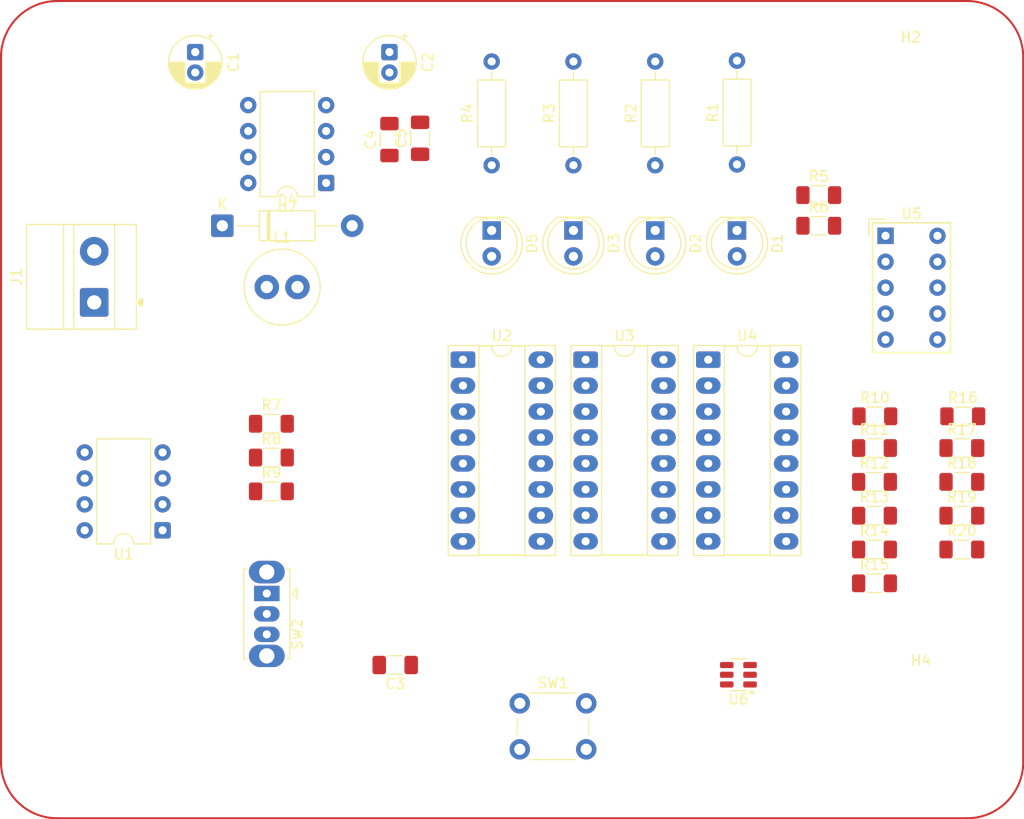
<source format=kicad_pcb>
(kicad_pcb (version 20241229) (generator "pcbnew") (generator_version "9.0")
  (layers (0 "F.Cu" signal) (2 "B.Cu" signal) (13 "F.Paste" user) (15 "B.Paste" user) (5 "F.SilkS" user "F.Silkscreen") (7 "B.SilkS" user "B.Silkscreen") (1 "F.Mask" user) (3 "B.Mask" user) (25 "Edge.Cuts" user))
  (net 0 "")
  (net 1 "VD")
  (net 2 "GND")
  (net 3 "+5V")
  (net 4 "Net-(SW2-A)")
  (net 5 "Net-(U7-THR)")
  (net 6 "Net-(D1-K)")
  (net 7 "Q0")
  (net 8 "Q1")
  (net 9 "Net-(D2-K)")
  (net 10 "Net-(D3-K)")
  (net 11 "Q2")
  (net 12 "Net-(D4-K)")
  (net 13 "Q3")
  (net 14 "Net-(D5-K)")
  (net 15 "Net-(U4-a)")
  (net 16 "Net-(U5-A)")
  (net 17 "Net-(U4-b)")
  (net 18 "Net-(U5-B)")
  (net 19 "Clock")
  (net 20 "Net-(U4-c)")
  (net 21 "Net-(U5-C)")
  (net 22 "Net-(U2A-J)")
  (net 23 "Net-(U2B-J)")
  (net 24 "Net-(U3A-J)")
  (net 25 "Net-(U3B-J)")
  (net 26 "Net-(R13-Pad1)")
  (net 27 "Net-(U4-d)")
  (net 28 "Net-(U5-D)")
  (net 29 "Net-(U4-BI)")
  (net 30 "Net-(U4-e)")
  (net 31 "Net-(U5-E)")
  (net 32 "Net-(U4-f)")
  (net 33 "Net-(U5-F)")
  (net 34 "Net-(U5-G)")
  (net 35 "Net-(U4-g)")
  (net 36 "Net-(U7-DIS)")
  (net 37 "555")
  (net 41 "Reset")
  (footprint "Resistor_SMD:R_1206_3216Metric_Pad1.30x1.75mm_HandSolder" (layer "F.Cu") (at 198 57)
    (property "Reference" "R6" (at 0 -1.83 0) (layer "F.SilkS"))
    (property "Value" "2k")
    (pad "1" smd roundrect (at -1.55 0) (size 1.3 1.75) (layers "F.Cu" "F.Mask" "F.Paste") (roundrect_rratio 0.192308) (net 17 "Net-(U4-b)"))
    (pad "2" smd roundrect (at 1.55 0) (size 1.3 1.75) (layers "F.Cu" "F.Mask" "F.Paste") (roundrect_rratio 0.192308) (net 18 "Net-(U5-B)"))
  )
  (footprint "Resistor_SMD:R_1206_3216Metric_Pad1.30x1.75mm_HandSolder" (layer "F.Cu") (at 212 78.76)
    (property "Reference" "R17" (at 0 -1.83 0) (layer "F.SilkS"))
    (property "Value" "2k")
    (pad "1" smd roundrect (at -1.55 0) (size 1.3 1.75) (layers "F.Cu" "F.Mask" "F.Paste") (roundrect_rratio 0.192308) (net 32 "Net-(U4-f)"))
    (pad "2" smd roundrect (at 1.55 0) (size 1.3 1.75) (layers "F.Cu" "F.Mask" "F.Paste") (roundrect_rratio 0.192308) (net 33 "Net-(U5-F)"))
  )
  (footprint "Resistor_SMD:R_1206_3216Metric_Pad1.30x1.75mm_HandSolder" (layer "F.Cu") (at 212.0875 75.655)
    (property "Reference" "R16" (at 0 -1.83 0) (layer "F.SilkS"))
    (property "Value" "2k")
    (pad "1" smd roundrect (at -1.55 0) (size 1.3 1.75) (layers "F.Cu" "F.Mask" "F.Paste") (roundrect_rratio 0.192308) (net 30 "Net-(U4-e)"))
    (pad "2" smd roundrect (at 1.55 0) (size 1.3 1.75) (layers "F.Cu" "F.Mask" "F.Paste") (roundrect_rratio 0.192308) (net 31 "Net-(U5-E)"))
  )
  (footprint "Resistor_SMD:R_1206_3216Metric_Pad1.30x1.75mm_HandSolder" (layer "F.Cu") (at 212 82.07)
    (property "Reference" "R18" (at 0 -1.83 0) (layer "F.SilkS"))
    (property "Value" "2k")
    (pad "1" smd roundrect (at -1.55 0) (size 1.3 1.75) (layers "F.Cu" "F.Mask" "F.Paste") (roundrect_rratio 0.192308) (net 35 "Net-(U4-g)"))
    (pad "2" smd roundrect (at 1.55 0) (size 1.3 1.75) (layers "F.Cu" "F.Mask" "F.Paste") (roundrect_rratio 0.192308) (net 34 "Net-(U5-G)"))
  )
  (footprint "Resistor_SMD:R_1206_3216Metric_Pad1.30x1.75mm_HandSolder" (layer "F.Cu") (at 203.45 88.69)
    (property "Reference" "R14" (at 0 -1.83 0) (layer "F.SilkS"))
    (property "Value" "2k")
    (pad "1" smd roundrect (at -1.55 0) (size 1.3 1.75) (layers "F.Cu" "F.Mask" "F.Paste") (roundrect_rratio 0.192308) (net 27 "Net-(U4-d)"))
    (pad "2" smd roundrect (at 1.55 0) (size 1.3 1.75) (layers "F.Cu" "F.Mask" "F.Paste") (roundrect_rratio 0.192308) (net 28 "Net-(U5-D)"))
  )
  (footprint "MountingHole:MountingHole_5.5mm" (layer "F.Cu") (at 128 45)
    (property "Reference" "H1" (hide yes))
    (property "Value" "MountingHole")
    (pad "" np_thru_hole circle (at 0 0) (size 5.5 5.5) (drill 5.5) (layers "*.Cu" "*.Mask"))
  )
  (footprint "MountingHole:MountingHole_5.5mm" (layer "F.Cu") (at 208 106)
    (property "Reference" "H4" (at 0 -6.45 0) (layer "F.SilkS"))
    (property "Value" "MountingHole")
    (pad "" np_thru_hole circle (at 0 0) (size 5.5 5.5) (drill 5.5) (layers "*.Cu" "*.Mask"))
  )
  (footprint "Resistor_SMD:R_1206_3216Metric_Pad1.30x1.75mm_HandSolder" (layer "F.Cu") (at 203.45 85.38)
    (property "Reference" "R13" (at 0 -1.83 0) (layer "F.SilkS"))
    (property "Value" "2k")
    (pad "1" smd roundrect (at -1.55 0) (size 1.3 1.75) (layers "F.Cu" "F.Mask" "F.Paste") (roundrect_rratio 0.192308) (net 26 "Net-(R13-Pad1)"))
    (pad "2" smd roundrect (at 1.55 0) (size 1.3 1.75) (layers "F.Cu" "F.Mask" "F.Paste") (roundrect_rratio 0.192308) (net 4 "Net-(SW2-A)"))
  )
  (footprint "Resistor_SMD:R_1206_3216Metric_Pad1.30x1.75mm_HandSolder" (layer "F.Cu") (at 203.45 82.07)
    (property "Reference" "R12" (at 0 -1.83 0) (layer "F.SilkS"))
    (property "Value" "10k")
    (pad "1" smd roundrect (at -1.55 0) (size 1.3 1.75) (layers "F.Cu" "F.Mask" "F.Paste") (roundrect_rratio 0.192308) (net 3 "+5V"))
    (pad "2" smd roundrect (at 1.55 0) (size 1.3 1.75) (layers "F.Cu" "F.Mask" "F.Paste") (roundrect_rratio 0.192308) (net 25 "Net-(U3B-J)"))
  )
  (footprint "Package_DIP:DIP-16_W7.62mm_Socket_LongPads" (layer "F.Cu") (at 163.19 70.11)
    (property "Reference" "U2" (at 3.81 -2.33 0) (layer "F.SilkS"))
    (property "Value" "4027")
    (pad "1" thru_hole roundrect (at 0 0) (size 2.4 1.6) (drill 0.8) (layers "*.Cu" "*.Mask") (roundrect_rratio 0.15625) (net 7 "Q0"))
    (pad "2" thru_hole oval (at 0 2.54) (size 2.4 1.6) (drill 0.8) (layers "*.Cu" "*.Mask"))
    (pad "3" thru_hole oval (at 0 5.08) (size 2.4 1.6) (drill 0.8) (layers "*.Cu" "*.Mask") (net 19 "Clock"))
    (pad "4" thru_hole oval (at 0 7.62) (size 2.4 1.6) (drill 0.8) (layers "*.Cu" "*.Mask") (net 41 "Reset"))
    (pad "5" thru_hole oval (at 0 10.16) (size 2.4 1.6) (drill 0.8) (layers "*.Cu" "*.Mask") (net 22 "Net-(U2A-J)"))
    (pad "6" thru_hole oval (at 0 12.7) (size 2.4 1.6) (drill 0.8) (layers "*.Cu" "*.Mask") (net 22 "Net-(U2A-J)"))
    (pad "7" thru_hole oval (at 0 15.24) (size 2.4 1.6) (drill 0.8) (layers "*.Cu" "*.Mask") (net 2 "GND"))
    (pad "8" thru_hole oval (at 0 17.78) (size 2.4 1.6) (drill 0.8) (layers "*.Cu" "*.Mask") (net 2 "GND"))
    (pad "9" thru_hole oval (at 7.62 17.78) (size 2.4 1.6) (drill 0.8) (layers "*.Cu" "*.Mask") (net 2 "GND"))
    (pad "10" thru_hole oval (at 7.62 15.24) (size 2.4 1.6) (drill 0.8) (layers "*.Cu" "*.Mask") (net 23 "Net-(U2B-J)"))
    (pad "11" thru_hole oval (at 7.62 12.7) (size 2.4 1.6) (drill 0.8) (layers "*.Cu" "*.Mask") (net 23 "Net-(U2B-J)"))
    (pad "12" thru_hole oval (at 7.62 10.16) (size 2.4 1.6) (drill 0.8) (layers "*.Cu" "*.Mask") (net 41 "Reset"))
    (pad "13" thru_hole oval (at 7.62 7.62) (size 2.4 1.6) (drill 0.8) (layers "*.Cu" "*.Mask") (net 7 "Q0"))
    (pad "14" thru_hole oval (at 7.62 5.08) (size 2.4 1.6) (drill 0.8) (layers "*.Cu" "*.Mask"))
    (pad "15" thru_hole oval (at 7.62 2.54) (size 2.4 1.6) (drill 0.8) (layers "*.Cu" "*.Mask") (net 8 "Q1"))
    (pad "16" thru_hole oval (at 7.62 0) (size 2.4 1.6) (drill 0.8) (layers "*.Cu" "*.Mask") (net 3 "+5V"))
  )
  (footprint "Capacitor_THT:CP_Radial_D5.0mm_P2.00mm" (layer "F.Cu") (at 137 40 -90)
    (property "Reference" "C1" (at 1 -3.75 90) (layer "F.SilkS"))
    (property "Value" "22u")
    (pad "1" thru_hole roundrect (at 0 0 270) (size 1.6 1.6) (drill 0.8) (layers "*.Cu" "*.Mask") (roundrect_rratio 0.15625) (net 1 "VD"))
    (pad "2" thru_hole circle (at 2 0 270) (size 1.6 1.6) (drill 0.8) (layers "*.Cu" "*.Mask") (net 2 "GND"))
  )
  (footprint "MountingHole:MountingHole_5.5mm" (layer "F.Cu") (at 207 45)
    (property "Reference" "H2" (at 0 -6.45 0) (layer "F.SilkS"))
    (property "Value" "MountingHole")
    (pad "" np_thru_hole circle (at 0 0) (size 5.5 5.5) (drill 5.5) (layers "*.Cu" "*.Mask"))
  )
  (footprint "Resistor_THT:R_Axial_DIN0207_L6.3mm_D2.5mm_P10.16mm_Horizontal" (layer "F.Cu") (at 166 51.08 90)
    (property "Reference" "R4" (at 5.08 -2.37 90) (layer "F.SilkS"))
    (property "Value" "4k7")
    (pad "1" thru_hole circle (at 0 0 90) (size 1.6 1.6) (drill 0.8) (layers "*.Cu" "*.Mask") (net 14 "Net-(D5-K)"))
    (pad "2" thru_hole circle (at 10.16 0 90) (size 1.6 1.6) (drill 0.8) (layers "*.Cu" "*.Mask") (net 2 "GND"))
  )
  (footprint "Resistor_THT:R_Axial_DIN0207_L6.3mm_D2.5mm_P10.16mm_Horizontal" (layer "F.Cu") (at 182 51.08 90)
    (property "Reference" "R2" (at 5.08 -2.37 90) (layer "F.SilkS"))
    (property "Value" "4k7")
    (pad "1" thru_hole circle (at 0 0 90) (size 1.6 1.6) (drill 0.8) (layers "*.Cu" "*.Mask") (net 9 "Net-(D2-K)"))
    (pad "2" thru_hole circle (at 10.16 0 90) (size 1.6 1.6) (drill 0.8) (layers "*.Cu" "*.Mask") (net 2 "GND"))
  )
  (footprint "Capacitor_SMD:C_1206_3216Metric_Pad1.33x1.80mm_HandSolder" (layer "F.Cu") (at 156.5625 100 180)
    (property "Reference" "C3" (at 0 -1.85 0) (layer "F.SilkS"))
    (property "Value" "1u")
    (pad "1" smd roundrect (at -1.5625 0 180) (size 1.325 1.8) (layers "F.Cu" "F.Mask" "F.Paste") (roundrect_rratio 0.188679) (net 2 "GND"))
    (pad "2" smd roundrect (at 1.5625 0 180) (size 1.325 1.8) (layers "F.Cu" "F.Mask" "F.Paste") (roundrect_rratio 0.188679) (net 4 "Net-(SW2-A)"))
  )
  (footprint "LED_THT:LED_D5.0mm" (layer "F.Cu") (at 166 57.46 -90)
    (property "Reference" "D5" (at 1.27 -3.96 90) (layer "F.SilkS"))
    (property "Value" "LED")
    (pad "1" thru_hole rect (at 0 0 270) (size 1.8 1.8) (drill 0.9) (layers "*.Cu" "*.Mask") (net 14 "Net-(D5-K)"))
    (pad "2" thru_hole circle (at 2.54 0 270) (size 1.8 1.8) (drill 0.9) (layers "*.Cu" "*.Mask") (net 13 "Q3"))
  )
  (footprint "Inductor_THT:L_Radial_D7.2mm_P3.00mm_Murata_1700" (layer "F.Cu") (at 144 63)
    (property "Reference" "L1" (at 1.5 -4.85 0) (layer "F.SilkS"))
    (property "Value" "330u")
    (pad "1" thru_hole circle (at 0 0) (size 2.4 2.4) (drill 1.2) (layers "*.Cu" "*.Mask") (net 12 "Net-(D4-K)"))
    (pad "2" thru_hole circle (at 3 0) (size 2.4 2.4) (drill 1.2) (layers "*.Cu" "*.Mask") (net 3 "+5V"))
  )
  (footprint "Package_DIP:DIP-16_W7.62mm_Socket_LongPads" (layer "F.Cu") (at 187.19 70.11)
    (property "Reference" "U4" (at 3.81 -2.33 0) (layer "F.SilkS"))
    (property "Value" "74LS47")
    (pad "1" thru_hole roundrect (at 0 0) (size 2.4 1.6) (drill 0.8) (layers "*.Cu" "*.Mask") (roundrect_rratio 0.15625) (net 8 "Q1"))
    (pad "2" thru_hole oval (at 0 2.54) (size 2.4 1.6) (drill 0.8) (layers "*.Cu" "*.Mask") (net 11 "Q2"))
    (pad "3" thru_hole oval (at 0 5.08) (size 2.4 1.6) (drill 0.8) (layers "*.Cu" "*.Mask") (net 29 "Net-(U4-BI)"))
    (pad "4" thru_hole oval (at 0 7.62) (size 2.4 1.6) (drill 0.8) (layers "*.Cu" "*.Mask") (net 29 "Net-(U4-BI)"))
    (pad "5" thru_hole oval (at 0 10.16) (size 2.4 1.6) (drill 0.8) (layers "*.Cu" "*.Mask") (net 29 "Net-(U4-BI)"))
    (pad "6" thru_hole oval (at 0 12.7) (size 2.4 1.6) (drill 0.8) (layers "*.Cu" "*.Mask") (net 13 "Q3"))
    (pad "7" thru_hole oval (at 0 15.24) (size 2.4 1.6) (drill 0.8) (layers "*.Cu" "*.Mask") (net 7 "Q0"))
    (pad "8" thru_hole oval (at 0 17.78) (size 2.4 1.6) (drill 0.8) (layers "*.Cu" "*.Mask") (net 2 "GND"))
    (pad "9" thru_hole oval (at 7.62 17.78) (size 2.4 1.6) (drill 0.8) (layers "*.Cu" "*.Mask") (net 30 "Net-(U4-e)"))
    (pad "10" thru_hole oval (at 7.62 15.24) (size 2.4 1.6) (drill 0.8) (layers "*.Cu" "*.Mask") (net 27 "Net-(U4-d)"))
    (pad "11" thru_hole oval (at 7.62 12.7) (size 2.4 1.6) (drill 0.8) (layers "*.Cu" "*.Mask") (net 20 "Net-(U4-c)"))
    (pad "12" thru_hole oval (at 7.62 10.16) (size 2.4 1.6) (drill 0.8) (layers "*.Cu" "*.Mask") (net 17 "Net-(U4-b)"))
    (pad "13" thru_hole oval (at 7.62 7.62) (size 2.4 1.6) (drill 0.8) (layers "*.Cu" "*.Mask") (net 15 "Net-(U4-a)"))
    (pad "14" thru_hole oval (at 7.62 5.08) (size 2.4 1.6) (drill 0.8) (layers "*.Cu" "*.Mask") (net 35 "Net-(U4-g)"))
    (pad "15" thru_hole oval (at 7.62 2.54) (size 2.4 1.6) (drill 0.8) (layers "*.Cu" "*.Mask") (net 32 "Net-(U4-f)"))
    (pad "16" thru_hole oval (at 7.62 0) (size 2.4 1.6) (drill 0.8) (layers "*.Cu" "*.Mask") (net 3 "+5V"))
  )
  (footprint "Package_DIP:DIP-8_W7.62mm" (layer "F.Cu") (at 149.805 52.81 180)
    (property "Reference" "U7" (at 3.81 -2.33 0) (layer "F.SilkS"))
    (property "Value" "NE555P")
    (pad "1" thru_hole roundrect (at 0 0 180) (size 1.6 1.6) (drill 0.8) (layers "*.Cu" "*.Mask") (roundrect_rratio 0.15625) (net 2 "GND"))
    (pad "2" thru_hole circle (at 0 2.54 180) (size 1.6 1.6) (drill 0.8) (layers "*.Cu" "*.Mask") (net 5 "Net-(U7-THR)"))
    (pad "3" thru_hole circle (at 0 5.08 180) (size 1.6 1.6) (drill 0.8) (layers "*.Cu" "*.Mask") (net 37 "555"))
    (pad "4" thru_hole circle (at 0 7.62 180) (size 1.6 1.6) (drill 0.8) (layers "*.Cu" "*.Mask") (net 3 "+5V"))
    (pad "5" thru_hole circle (at 7.62 7.62 180) (size 1.6 1.6) (drill 0.8) (layers "*.Cu" "*.Mask"))
    (pad "6" thru_hole circle (at 7.62 5.08 180) (size 1.6 1.6) (drill 0.8) (layers "*.Cu" "*.Mask") (net 5 "Net-(U7-THR)"))
    (pad "7" thru_hole circle (at 7.62 2.54 180) (size 1.6 1.6) (drill 0.8) (layers "*.Cu" "*.Mask") (net 36 "Net-(U7-DIS)"))
    (pad "8" thru_hole circle (at 7.62 0 180) (size 1.6 1.6) (drill 0.8) (layers "*.Cu" "*.Mask") (net 3 "+5V"))
  )
  (footprint "Resistor_SMD:R_1206_3216Metric_Pad1.30x1.75mm_HandSolder" (layer "F.Cu") (at 144.45 79.69)
    (property "Reference" "R8" (at 0 -1.83 0) (layer "F.SilkS"))
    (property "Value" "2k")
    (pad "1" smd roundrect (at -1.55 0) (size 1.3 1.75) (layers "F.Cu" "F.Mask" "F.Paste") (roundrect_rratio 0.192308) (net 20 "Net-(U4-c)"))
    (pad "2" smd roundrect (at 1.55 0) (size 1.3 1.75) (layers "F.Cu" "F.Mask" "F.Paste") (roundrect_rratio 0.192308) (net 21 "Net-(U5-C)"))
  )
  (footprint "Button_Switch_THT:SW_PUSH_6mm_H4.3mm" (layer "F.Cu") (at 168.75 103.75)
    (property "Reference" "SW1" (at 3.25 -2 0) (layer "F.SilkS"))
    (property "Value" "~")
    (pad "1" thru_hole circle (at 0 0 90) (size 2 2) (drill 1.1) (layers "*.Cu" "*.Mask") (net 2 "GND"))
    (pad "1" thru_hole circle (at 6.5 0 90) (size 2 2) (drill 1.1) (layers "*.Cu" "*.Mask") (net 2 "GND"))
    (pad "2" thru_hole circle (at 0 4.5 90) (size 2 2) (drill 1.1) (layers "*.Cu" "*.Mask") (net 2 "GND"))
    (pad "2" thru_hole circle (at 6.5 4.5 90) (size 2 2) (drill 1.1) (layers "*.Cu" "*.Mask") (net 2 "GND"))
  )
  (footprint "Resistor_SMD:R_1206_3216Metric_Pad1.30x1.75mm_HandSolder" (layer "F.Cu") (at 203.45 92)
    (property "Reference" "R15" (at 0 -1.83 0) (layer "F.SilkS"))
    (property "Value" "10k")
    (pad "1" smd roundrect (at -1.55 0) (size 1.3 1.75) (layers "F.Cu" "F.Mask" "F.Paste") (roundrect_rratio 0.192308) (net 3 "+5V"))
    (pad "2" smd roundrect (at 1.55 0) (size 1.3 1.75) (layers "F.Cu" "F.Mask" "F.Paste") (roundrect_rratio 0.192308) (net 29 "Net-(U4-BI)"))
  )
  (footprint "Display_7Segment:HDSP-7401" (layer "F.Cu") (at 204.5325 57.9825)
    (property "Reference" "U5" (at 2.54 -2.159 0) (layer "F.SilkS"))
    (property "Value" "HDSP-7401")
    (pad "1" thru_hole rect (at 0 0) (size 1.6 1.6) (drill 0.8) (layers "*.Cu" "*.Mask") (net 3 "+5V"))
    (pad "2" thru_hole circle (at 0 2.54) (size 1.6 1.6) (drill 0.8) (layers "*.Cu" "*.Mask") (net 33 "Net-(U5-F)"))
    (pad "3" thru_hole circle (at 0 5.08) (size 1.6 1.6) (drill 0.8) (layers "*.Cu" "*.Mask") (net 34 "Net-(U5-G)"))
    (pad "4" thru_hole circle (at 0 7.62) (size 1.6 1.6) (drill 0.8) (layers "*.Cu" "*.Mask") (net 31 "Net-(U5-E)"))
    (pad "5" thru_hole circle (at 0 10.16) (size 1.6 1.6) (drill 0.8) (layers "*.Cu" "*.Mask") (net 28 "Net-(U5-D)"))
    (pad "6" thru_hole circle (at 5.08 10.16) (size 1.6 1.6) (drill 0.8) (layers "*.Cu" "*.Mask") (net 3 "+5V"))
    (pad "7" thru_hole circle (at 5.08 7.62) (size 1.6 1.6) (drill 0.8) (layers "*.Cu" "*.Mask"))
    (pad "8" thru_hole circle (at 5.08 5.08) (size 1.6 1.6) (drill 0.8) (layers "*.Cu" "*.Mask") (net 21 "Net-(U5-C)"))
    (pad "9" thru_hole circle (at 5.08 2.54) (size 1.6 1.6) (drill 0.8) (layers "*.Cu" "*.Mask") (net 18 "Net-(U5-B)"))
    (pad "10" thru_hole circle (at 5.08 0) (size 1.6 1.6) (drill 0.8) (layers "*.Cu" "*.Mask") (net 16 "Net-(U5-A)"))
  )
  (footprint "Capacitor_SMD:C_1206_3216Metric_Pad1.33x1.80mm_HandSolder" (layer "F.Cu") (at 156 48.5625 90)
    (property "Reference" "C4" (at 0 -1.85 90) (layer "F.SilkS"))
    (property "Value" "100n")
    (pad "1" smd roundrect (at -1.5625 0 90) (size 1.325 1.8) (layers "F.Cu" "F.Mask" "F.Paste") (roundrect_rratio 0.188679) (net 3 "+5V"))
    (pad "2" smd roundrect (at 1.5625 0 90) (size 1.325 1.8) (layers "F.Cu" "F.Mask" "F.Paste") (roundrect_rratio 0.188679) (net 2 "GND"))
  )
  (footprint "Package_DIP:DIP-8_W7.62mm" (layer "F.Cu") (at 133.805 86.81 180)
    (property "Reference" "U1" (at 3.81 -2.33 0) (layer "F.SilkS"))
    (property "Value" "LM2574N-5")
    (pad "1" thru_hole roundrect (at 0 0 180) (size 1.6 1.6) (drill 0.8) (layers "*.Cu" "*.Mask") (roundrect_rratio 0.15625) (net 3 "+5V"))
    (pad "2" thru_hole circle (at 0 2.54 180) (size 1.6 1.6) (drill 0.8) (layers "*.Cu" "*.Mask") (net 2 "GND"))
    (pad "3" thru_hole circle (at 0 5.08 180) (size 1.6 1.6) (drill 0.8) (layers "*.Cu" "*.Mask") (net 2 "GND"))
    (pad "4" thru_hole circle (at 0 7.62 180) (size 1.6 1.6) (drill 0.8) (layers "*.Cu" "*.Mask") (net 2 "GND"))
    (pad "5" thru_hole circle (at 7.62 7.62 180) (size 1.6 1.6) (drill 0.8) (layers "*.Cu" "*.Mask") (net 1 "VD"))
    (pad "6" thru_hole circle (at 7.62 5.08 180) (size 1.6 1.6) (drill 0.8) (layers "*.Cu" "*.Mask"))
    (pad "7" thru_hole circle (at 7.62 2.54 180) (size 1.6 1.6) (drill 0.8) (layers "*.Cu" "*.Mask") (net 12 "Net-(D4-K)"))
    (pad "8" thru_hole circle (at 7.62 0 180) (size 1.6 1.6) (drill 0.8) (layers "*.Cu" "*.Mask"))
  )
  (footprint "Resistor_SMD:R_1206_3216Metric_Pad1.30x1.75mm_HandSolder" (layer "F.Cu") (at 144.45 76.38)
    (property "Reference" "R7" (at 0 -1.83 0) (layer "F.SilkS"))
    (property "Value" "10K")
    (pad "1" smd roundrect (at -1.55 0) (size 1.3 1.75) (layers "F.Cu" "F.Mask" "F.Paste") (roundrect_rratio 0.192308) (net 3 "+5V"))
    (pad "2" smd roundrect (at 1.55 0) (size 1.3 1.75) (layers "F.Cu" "F.Mask" "F.Paste") (roundrect_rratio 0.192308) (net 19 "Clock"))
  )
  (footprint "LED_THT:LED_D5.0mm" (layer "F.Cu") (at 182 57.46 -90)
    (property "Reference" "D2" (at 1.27 -3.96 90) (layer "F.SilkS"))
    (property "Value" "LED")
    (pad "1" thru_hole rect (at 0 0 270) (size 1.8 1.8) (drill 0.9) (layers "*.Cu" "*.Mask") (net 9 "Net-(D2-K)"))
    (pad "2" thru_hole circle (at 2.54 0 270) (size 1.8 1.8) (drill 0.9) (layers "*.Cu" "*.Mask") (net 8 "Q1"))
  )
  (footprint "MountingHole:MountingHole_5.5mm" (layer "F.Cu") (at 128 106)
    (property "Reference" "H3" (hide yes))
    (property "Value" "MountingHole")
    (pad "" np_thru_hole circle (at 0 0) (size 5.5 5.5) (drill 5.5) (layers "*.Cu" "*.Mask"))
  )
  (footprint "Package_TO_SOT_SMD:SOT-23-6" (layer "F.Cu") (at 190.1375 100.95 180)
    (property "Reference" "U6" (at 0 -2.4 0) (layer "F.SilkS"))
    (property "Value" "SN74LVC1G11")
    (pad "1" smd roundrect (at -1.1375 -0.95 180) (size 1.325 0.6) (layers "F.Cu" "F.Mask" "F.Paste") (net 8 "Q1"))
    (pad "2" smd roundrect (at -1.1375 0 180) (size 1.325 0.6) (layers "F.Cu" "F.Mask" "F.Paste") (net 2 "GND"))
    (pad "3" smd roundrect (at -1.1375 0.95 180) (size 1.325 0.6) (layers "F.Cu" "F.Mask" "F.Paste") (net 13 "Q3"))
    (pad "4" smd roundrect (at 1.1375 0.95 180) (size 1.325 0.6) (layers "F.Cu" "F.Mask" "F.Paste") (net 41 "Reset"))
    (pad "5" smd roundrect (at 1.1375 0 180) (size 1.325 0.6) (layers "F.Cu" "F.Mask" "F.Paste") (net 3 "+5V"))
    (pad "6" smd roundrect (at 1.1375 -0.95 180) (size 1.325 0.6) (layers "F.Cu" "F.Mask" "F.Paste") (net 19 "Clock"))
  )
  (footprint "Resistor_THT:R_Axial_DIN0207_L6.3mm_D2.5mm_P10.16mm_Horizontal" (layer "F.Cu") (at 174 51.08 90)
    (property "Reference" "R3" (at 5.08 -2.37 90) (layer "F.SilkS"))
    (property "Value" "4k7")
    (pad "1" thru_hole circle (at 0 0 90) (size 1.6 1.6) (drill 0.8) (layers "*.Cu" "*.Mask") (net 10 "Net-(D3-K)"))
    (pad "2" thru_hole circle (at 10.16 0 90) (size 1.6 1.6) (drill 0.8) (layers "*.Cu" "*.Mask") (net 2 "GND"))
  )
  (footprint "Resistor_SMD:R_1206_3216Metric_Pad1.30x1.75mm_HandSolder" (layer "F.Cu") (at 144.45 83)
    (property "Reference" "R9" (at 0 -1.83 0) (layer "F.SilkS"))
    (property "Value" "10k")
    (pad "1" smd roundrect (at -1.55 0) (size 1.3 1.75) (layers "F.Cu" "F.Mask" "F.Paste") (roundrect_rratio 0.192308) (net 3 "+5V"))
    (pad "2" smd roundrect (at 1.55 0) (size 1.3 1.75) (layers "F.Cu" "F.Mask" "F.Paste") (roundrect_rratio 0.192308) (net 22 "Net-(U2A-J)"))
  )
  (footprint "Resistor_SMD:R_1206_3216Metric_Pad1.30x1.75mm_HandSolder" (layer "F.Cu") (at 203.4875 75.655)
    (property "Reference" "R10" (at 0 -1.83 0) (layer "F.SilkS"))
    (property "Value" "10k")
    (pad "1" smd roundrect (at -1.55 0) (size 1.3 1.75) (layers "F.Cu" "F.Mask" "F.Paste") (roundrect_rratio 0.192308) (net 3 "+5V"))
    (pad "2" smd roundrect (at 1.55 0) (size 1.3 1.75) (layers "F.Cu" "F.Mask" "F.Paste") (roundrect_rratio 0.192308) (net 23 "Net-(U2B-J)"))
  )
  (footprint "Diode_THT:D_DO-41_SOD81_P12.70mm_Horizontal" (layer "F.Cu") (at 139.65 57)
    (property "Reference" "D4" (at 6.35 -2.47 0) (layer "F.SilkS"))
    (property "Value" "11DQ06")
    (fp_text user "K" (at 0 -2.1 0) (layer "F.SilkS"))
    (pad "1" thru_hole roundrect (at 0 0) (size 2.2 2.2) (drill 1.1) (layers "*.Cu" "*.Mask") (roundrect_rratio 0.113636) (net 12 "Net-(D4-K)"))
    (pad "2" thru_hole circle (at 12.7 0) (size 2.2 2.2) (drill 1.1) (layers "*.Cu" "*.Mask") (net 2 "GND"))
  )
  (footprint "Resistor_SMD:R_1206_3216Metric_Pad1.30x1.75mm_HandSolder" (layer "F.Cu") (at 212 88.69)
    (property "Reference" "R20" (at 0 -1.83 0) (layer "F.SilkS"))
    (property "Value" "47k")
    (pad "1" smd roundrect (at -1.55 0) (size 1.3 1.75) (layers "F.Cu" "F.Mask" "F.Paste") (roundrect_rratio 0.192308) (net 36 "Net-(U7-DIS)"))
    (pad "2" smd roundrect (at 1.55 0) (size 1.3 1.75) (layers "F.Cu" "F.Mask" "F.Paste") (roundrect_rratio 0.192308) (net 5 "Net-(U7-THR)"))
  )
  (footprint "Capacitor_SMD:C_1206_3216Metric_Pad1.33x1.80mm_HandSolder" (layer "F.Cu") (at 159 48.4375 90)
    (property "Reference" "C5" (at 0 -1.85 90) (layer "F.SilkS"))
    (property "Value" "10u")
    (pad "1" smd roundrect (at -1.5625 0 90) (size 1.325 1.8) (layers "F.Cu" "F.Mask" "F.Paste") (roundrect_rratio 0.188679) (net 5 "Net-(U7-THR)"))
    (pad "2" smd roundrect (at 1.5625 0 90) (size 1.325 1.8) (layers "F.Cu" "F.Mask" "F.Paste") (roundrect_rratio 0.188679) (net 2 "GND"))
  )
  (footprint "Capacitor_THT:CP_Radial_D5.0mm_P2.00mm" (layer "F.Cu") (at 156 40 -90)
    (property "Reference" "C2" (at 1 -3.75 90) (layer "F.SilkS"))
    (property "Value" "220u")
    (pad "1" thru_hole roundrect (at 0 0 270) (size 1.6 1.6) (drill 0.8) (layers "*.Cu" "*.Mask") (roundrect_rratio 0.15625) (net 3 "+5V"))
    (pad "2" thru_hole circle (at 2 0 270) (size 1.6 1.6) (drill 0.8) (layers "*.Cu" "*.Mask") (net 2 "GND"))
  )
  (footprint "LED_THT:LED_D5.0mm" (layer "F.Cu") (at 174 57.46 -90)
    (property "Reference" "D3" (at 1.27 -3.96 90) (layer "F.SilkS"))
    (property "Value" "LED")
    (pad "1" thru_hole rect (at 0 0 270) (size 1.8 1.8) (drill 0.9) (layers "*.Cu" "*.Mask") (net 10 "Net-(D3-K)"))
    (pad "2" thru_hole circle (at 2.54 0 270) (size 1.8 1.8) (drill 0.9) (layers "*.Cu" "*.Mask") (net 11 "Q2"))
  )
  (footprint "Package_DIP:DIP-16_W7.62mm_Socket_LongPads" (layer "F.Cu") (at 175.19 70.11)
    (property "Reference" "U3" (at 3.81 -2.33 0) (layer "F.SilkS"))
    (property "Value" "4027")
    (pad "1" thru_hole roundrect (at 0 0) (size 2.4 1.6) (drill 0.8) (layers "*.Cu" "*.Mask") (roundrect_rratio 0.15625) (net 11 "Q2"))
    (pad "2" thru_hole oval (at 0 2.54) (size 2.4 1.6) (drill 0.8) (layers "*.Cu" "*.Mask"))
    (pad "3" thru_hole oval (at 0 5.08) (size 2.4 1.6) (drill 0.8) (layers "*.Cu" "*.Mask") (net 8 "Q1"))
    (pad "4" thru_hole oval (at 0 7.62) (size 2.4 1.6) (drill 0.8) (layers "*.Cu" "*.Mask") (net 41 "Reset"))
    (pad "5" thru_hole oval (at 0 10.16) (size 2.4 1.6) (drill 0.8) (layers "*.Cu" "*.Mask") (net 24 "Net-(U3A-J)"))
    (pad "6" thru_hole oval (at 0 12.7) (size 2.4 1.6) (drill 0.8) (layers "*.Cu" "*.Mask") (net 24 "Net-(U3A-J)"))
    (pad "7" thru_hole oval (at 0 15.24) (size 2.4 1.6) (drill 0.8) (layers "*.Cu" "*.Mask") (net 2 "GND"))
    (pad "8" thru_hole oval (at 0 17.78) (size 2.4 1.6) (drill 0.8) (layers "*.Cu" "*.Mask") (net 2 "GND"))
    (pad "9" thru_hole oval (at 7.62 17.78) (size 2.4 1.6) (drill 0.8) (layers "*.Cu" "*.Mask") (net 2 "GND"))
    (pad "10" thru_hole oval (at 7.62 15.24) (size 2.4 1.6) (drill 0.8) (layers "*.Cu" "*.Mask") (net 25 "Net-(U3B-J)"))
    (pad "11" thru_hole oval (at 7.62 12.7) (size 2.4 1.6) (drill 0.8) (layers "*.Cu" "*.Mask") (net 25 "Net-(U3B-J)"))
    (pad "12" thru_hole oval (at 7.62 10.16) (size 2.4 1.6) (drill 0.8) (layers "*.Cu" "*.Mask") (net 41 "Reset"))
    (pad "13" thru_hole oval (at 7.62 7.62) (size 2.4 1.6) (drill 0.8) (layers "*.Cu" "*.Mask") (net 11 "Q2"))
    (pad "14" thru_hole oval (at 7.62 5.08) (size 2.4 1.6) (drill 0.8) (layers "*.Cu" "*.Mask"))
    (pad "15" thru_hole oval (at 7.62 2.54) (size 2.4 1.6) (drill 0.8) (layers "*.Cu" "*.Mask") (net 13 "Q3"))
    (pad "16" thru_hole oval (at 7.62 0) (size 2.4 1.6) (drill 0.8) (layers "*.Cu" "*.Mask") (net 3 "+5V"))
  )
  (footprint "Resistor_SMD:R_1206_3216Metric_Pad1.30x1.75mm_HandSolder" (layer "F.Cu") (at 198 54)
    (property "Reference" "R5" (at 0 -1.83 0) (layer "F.SilkS"))
    (property "Value" "2k")
    (pad "1" smd roundrect (at -1.55 0) (size 1.3 1.75) (layers "F.Cu" "F.Mask" "F.Paste") (roundrect_rratio 0.192308) (net 15 "Net-(U4-a)"))
    (pad "2" smd roundrect (at 1.55 0) (size 1.3 1.75) (layers "F.Cu" "F.Mask" "F.Paste") (roundrect_rratio 0.192308) (net 16 "Net-(U5-A)"))
  )
  (footprint "Button_Switch_THT:SW_Slide_SPDT_Straight_CK_OS102011MS2Q" (layer "F.Cu") (at 144 93 -90)
    (property "Reference" "SW2" (at 3.99 -2.99 90) (layer "F.SilkS"))
    (property "Value" "SW_SPDT_312")
    (pad "" thru_hole oval (at -2.1 0 270) (size 2.2 3.5) (drill 1.5) (layers "*.Cu" "*.Mask"))
    (pad "" thru_hole oval (at 6.1 0 270) (size 2.2 3.5) (drill 1.5) (layers "*.Cu" "*.Mask"))
    (pad "1" thru_hole rect (at 0 0 270) (size 1.5 2.5) (drill 0.8) (layers "*.Cu" "*.Mask") (net 19 "Clock"))
    (pad "2" thru_hole oval (at 2 0 270) (size 1.5 2.5) (drill 0.8) (layers "*.Cu" "*.Mask") (net 37 "555"))
    (pad "3" thru_hole oval (at 4 0 270) (size 1.5 2.5) (drill 0.8) (layers "*.Cu" "*.Mask") (net 4 "Net-(SW2-A)"))
  )
  (footprint "LED_THT:LED_D5.0mm" (layer "F.Cu") (at 190 57.46 -90)
    (property "Reference" "D1" (at 1.27 -3.96 90) (layer "F.SilkS"))
    (property "Value" "LED")
    (pad "1" thru_hole rect (at 0 0 270) (size 1.8 1.8) (drill 0.9) (layers "*.Cu" "*.Mask") (net 6 "Net-(D1-K)"))
    (pad "2" thru_hole circle (at 2.54 0 270) (size 1.8 1.8) (drill 0.9) (layers "*.Cu" "*.Mask") (net 7 "Q0"))
  )
  (footprint "Resistor_SMD:R_1206_3216Metric_Pad1.30x1.75mm_HandSolder" (layer "F.Cu") (at 203.45 78.76)
    (property "Reference" "R11" (at 0 -1.83 0) (layer "F.SilkS"))
    (property "Value" "10k")
    (pad "1" smd roundrect (at -1.55 0) (size 1.3 1.75) (layers "F.Cu" "F.Mask" "F.Paste") (roundrect_rratio 0.192308) (net 3 "+5V"))
    (pad "2" smd roundrect (at 1.55 0) (size 1.3 1.75) (layers "F.Cu" "F.Mask" "F.Paste") (roundrect_rratio 0.192308) (net 24 "Net-(U3A-J)"))
  )
  (footprint "TerminalBlock_MetzConnect:TerminalBlock_MetzConnect_Type011_RT05502HBLC_1x02_P5.00mm_Horizontal" (layer "F.Cu") (at 127.1175 64.5 90)
    (property "Reference" "J1" (at 2.5 -7.62 90) (layer "F.SilkS"))
    (property "Value" "Screw_Terminal_01x02")
    (pad "1" thru_hole roundrect (at 0 0 90) (size 2.8 2.8) (drill 1.4) (layers "*.Cu" "*.Mask") (roundrect_rratio 0.089286) (net 2 "GND"))
    (pad "2" thru_hole circle (at 5 0 90) (size 2.8 2.8) (drill 1.4) (layers "*.Cu" "*.Mask") (net 1 "VD"))
  )
  (footprint "Resistor_SMD:R_1206_3216Metric_Pad1.30x1.75mm_HandSolder" (layer "F.Cu") (at 212 85.38)
    (property "Reference" "R19" (at 0 -1.83 0) (layer "F.SilkS"))
    (property "Value" "47k")
    (pad "1" smd roundrect (at -1.55 0) (size 1.3 1.75) (layers "F.Cu" "F.Mask" "F.Paste") (roundrect_rratio 0.192308) (net 3 "+5V"))
    (pad "2" smd roundrect (at 1.55 0) (size 1.3 1.75) (layers "F.Cu" "F.Mask" "F.Paste") (roundrect_rratio 0.192308) (net 36 "Net-(U7-DIS)"))
  )
  (footprint "Resistor_THT:R_Axial_DIN0207_L6.3mm_D2.5mm_P10.16mm_Horizontal" (layer "F.Cu") (at 190 51 90)
    (property "Reference" "R1" (at 5.08 -2.37 90) (layer "F.SilkS"))
    (property "Value" "4k7")
    (pad "1" thru_hole circle (at 0 0 90) (size 1.6 1.6) (drill 0.8) (layers "*.Cu" "*.Mask") (net 6 "Net-(D1-K)"))
    (pad "2" thru_hole circle (at 10.16 0 90) (size 1.6 1.6) (drill 0.8) (layers "*.Cu" "*.Mask") (net 2 "GND"))
  )
  (gr_line (start 218 40.5) (end 218 109.5) (stroke (width 0.2)) (layer "F.Cu"))
  (gr_line (start 212.5 115) (end 123.5 115) (stroke (width 0.2)) (layer "F.Cu"))
  (gr_line (start 123.5 35) (end 212.5 35) (stroke (width 0.2)) (layer "F.Cu"))
  (gr_arc (start 123.5 115) (mid 119.610913 113.389087) (end 118 109.5) (stroke (width 0.2)) (layer "F.Cu"))
  (gr_arc (start 212.5 35) (mid 216.389087 36.610913) (end 218 40.5) (stroke (width 0.2)) (layer "F.Cu"))
  (gr_arc (start 218 109.5) (mid 216.389087 113.389087) (end 212.5 115) (stroke (width 0.2)) (layer "F.Cu"))
  (gr_line (start 118 109.5) (end 118 40.5) (stroke (width 0.2)) (layer "F.Cu"))
  (gr_arc (start 118 40.5) (mid 119.610913 36.610913) (end 123.5 35) (stroke (width 0.2)) (layer "F.Cu"))
)
</source>
